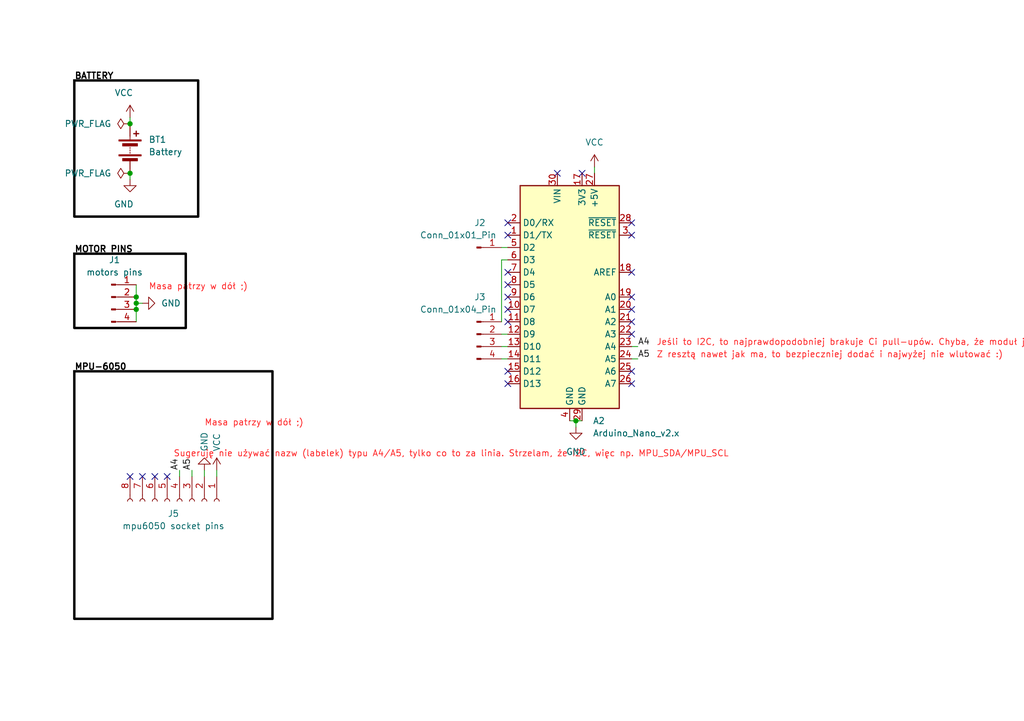
<source format=kicad_sch>
(kicad_sch (version 20230121) (generator eeschema)
  (paper "A5")
  (title_block (title "Arduino Nano Drone") (date "2023-09-20") (rev "0") (company "N/A") (comment 1 "N/A"))
  (lib_symbols
    (symbol "Connector:Conn_01x01_Pin" (pin_names (offset 1.016) hide)
      (property "Reference" "J" (at 0 2.54 0))
      (property "Value" "Conn_01x01_Pin" (at 0 -2.54 0))
      (symbol "Conn_01x01_Pin_1_1"
        (polyline (pts (xy 1.27 0) (xy 0.8636 0)) (stroke (width 0.1524)))
        (rectangle (start 0.8636 0.127) (end 0 -0.127) (stroke (width 0.1524)) (fill (type outline)))
        (pin passive line (at 5.08 0 180) (length 3.81) (name "Pin_1") (number "1"))
      )
    )
    (symbol "Connector:Conn_01x04_Pin" (pin_names (offset 1.016) hide)
      (property "Reference" "J" (at 0 5.08 0))
      (property "Value" "Conn_01x04_Pin" (at 0 -7.62 0))
      (symbol "Conn_01x04_Pin_1_1"
        (polyline (pts (xy 1.27 -5.08) (xy 0.8636 -5.08)) (stroke (width 0.1524)))
        (polyline (pts (xy 1.27 -2.54) (xy 0.8636 -2.54)) (stroke (width 0.1524)))
        (polyline (pts (xy 1.27 0) (xy 0.8636 0)) (stroke (width 0.1524)))
        (polyline (pts (xy 1.27 2.54) (xy 0.8636 2.54)) (stroke (width 0.1524)))
        (rectangle (start 0.8636 -4.953) (end 0 -5.207) (stroke (width 0.1524)) (fill (type outline)))
        (rectangle (start 0.8636 -2.413) (end 0 -2.667) (stroke (width 0.1524)) (fill (type outline)))
        (rectangle (start 0.8636 0.127) (end 0 -0.127) (stroke (width 0.1524)) (fill (type outline)))
        (rectangle (start 0.8636 2.667) (end 0 2.413) (stroke (width 0.1524)) (fill (type outline)))
        (pin passive line (at 5.08 2.54 180) (length 3.81) (name "Pin_1") (number "1"))
        (pin passive line (at 5.08 0 180) (length 3.81) (name "Pin_2") (number "2"))
        (pin passive line (at 5.08 -2.54 180) (length 3.81) (name "Pin_3") (number "3"))
        (pin passive line (at 5.08 -5.08 180) (length 3.81) (name "Pin_4") (number "4"))
      )
    )
    (symbol "Connector:Conn_01x08_Socket" (pin_names (offset 1.016) hide)
      (property "Reference" "J" (at 0 10.16 0))
      (property "Value" "Conn_01x08_Socket" (at 0 -12.7 0))
      (symbol "Conn_01x08_Socket_1_1"
        (arc (start 0 -9.652) (mid -0.5058 -10.16) (end 0 -10.668) (stroke (width 0.1524)))
        (arc (start 0 -7.112) (mid -0.5058 -7.62) (end 0 -8.128) (stroke (width 0.1524)))
        (arc (start 0 -4.572) (mid -0.5058 -5.08) (end 0 -5.588) (stroke (width 0.1524)))
        (arc (start 0 -2.032) (mid -0.5058 -2.54) (end 0 -3.048) (stroke (width 0.1524)))
        (polyline (pts (xy -1.27 -10.16) (xy -0.508 -10.16)) (stroke (width 0.1524)))
        (polyline (pts (xy -1.27 -7.62) (xy -0.508 -7.62)) (stroke (width 0.1524)))
        (polyline (pts (xy -1.27 -5.08) (xy -0.508 -5.08)) (stroke (width 0.1524)))
        (polyline (pts (xy -1.27 -2.54) (xy -0.508 -2.54)) (stroke (width 0.1524)))
        (polyline (pts (xy -1.27 0) (xy -0.508 0)) (stroke (width 0.1524)))
        (polyline (pts (xy -1.27 2.54) (xy -0.508 2.54)) (stroke (width 0.1524)))
        (polyline (pts (xy -1.27 5.08) (xy -0.508 5.08)) (stroke (width 0.1524)))
        (polyline (pts (xy -1.27 7.62) (xy -0.508 7.62)) (stroke (width 0.1524)))
        (arc (start 0 0.508) (mid -0.5058 0) (end 0 -0.508) (stroke (width 0.1524)))
        (arc (start 0 3.048) (mid -0.5058 2.54) (end 0 2.032) (stroke (width 0.1524)))
        (arc (start 0 5.588) (mid -0.5058 5.08) (end 0 4.572) (stroke (width 0.1524)))
        (arc (start 0 8.128) (mid -0.5058 7.62) (end 0 7.112) (stroke (width 0.1524)))
        (pin passive line (at -5.08 7.62 0) (length 3.81) (name "Pin_1") (number "1"))
        (pin passive line (at -5.08 5.08 0) (length 3.81) (name "Pin_2") (number "2"))
        (pin passive line (at -5.08 2.54 0) (length 3.81) (name "Pin_3") (number "3"))
        (pin passive line (at -5.08 0 0) (length 3.81) (name "Pin_4") (number "4"))
        (pin passive line (at -5.08 -2.54 0) (length 3.81) (name "Pin_5") (number "5"))
        (pin passive line (at -5.08 -5.08 0) (length 3.81) (name "Pin_6") (number "6"))
        (pin passive line (at -5.08 -7.62 0) (length 3.81) (name "Pin_7") (number "7"))
        (pin passive line (at -5.08 -10.16 0) (length 3.81) (name "Pin_8") (number "8"))
      )
    )
    (symbol "Device:Battery" (pin_numbers hide) (pin_names (offset 0) hide)
      (property "Reference" "BT" (at 2.54 2.54 0))
      (property "Value" "Battery" (at 2.54 0 0))
      (symbol "Battery_0_1"
        (rectangle (start -2.286 -1.27) (end 2.286 -1.524) (fill (type outline)))
        (rectangle (start -2.286 1.778) (end 2.286 1.524) (fill (type outline)))
        (rectangle (start -1.524 -2.032) (end 1.524 -2.54) (fill (type outline)))
        (rectangle (start -1.524 1.016) (end 1.524 0.508) (fill (type outline)))
        (polyline (pts (xy 0 -1.016) (xy 0 -0.762)))
        (polyline (pts (xy 0 -0.508) (xy 0 -0.254)))
        (polyline (pts (xy 0 0) (xy 0 0.254)))
        (polyline (pts (xy 0 1.778) (xy 0 2.54)))
        (polyline (pts (xy 0.762 3.048) (xy 1.778 3.048)) (stroke (width 0.254)))
        (polyline (pts (xy 1.27 3.556) (xy 1.27 2.54)) (stroke (width 0.254)))
      )
      (symbol "Battery_1_1"
        (pin passive line (at 0 5.08 270) (length 2.54) (name "+") (number "1"))
        (pin passive line (at 0 -5.08 90) (length 2.54) (name "-") (number "2"))
      )
    )
    (symbol "MCU_Module:Arduino_Nano_v2.x"
      (property "Reference" "A2" (at 4.7341 -25.4 0))
      (property "Value" "Arduino_Nano_v2.x" (at 4.7341 -27.94 0))
      (symbol "Arduino_Nano_v2.x_0_1"
        (rectangle (start -10.16 22.86) (end 10.16 -22.86) (stroke (width 0.254)) (fill (type background)))
      )
      (symbol "Arduino_Nano_v2.x_1_1"
        (pin bidirectional line (at -12.7 12.7 0) (length 2.54) (name "D1/TX") (number "1"))
        (pin bidirectional line (at -12.7 -2.54 0) (length 2.54) (name "D7") (number "10"))
        (pin bidirectional line (at -12.7 -5.08 0) (length 2.54) (name "D8") (number "11"))
        (pin bidirectional line (at -12.7 -7.62 0) (length 2.54) (name "D9") (number "12"))
        (pin bidirectional line (at -12.7 -10.16 0) (length 2.54) (name "D10") (number "13"))
        (pin bidirectional line (at -12.7 -12.7 0) (length 2.54) (name "D11") (number "14"))
        (pin bidirectional line (at -12.7 -15.24 0) (length 2.54) (name "D12") (number "15"))
        (pin bidirectional line (at -12.7 -17.78 0) (length 2.54) (name "D13") (number "16"))
        (pin power_out line (at 2.54 25.4 270) (length 2.54) (name "3V3") (number "17"))
        (pin input line (at 12.7 5.08 180) (length 2.54) (name "AREF") (number "18"))
        (pin bidirectional line (at 12.7 0 180) (length 2.54) (name "A0") (number "19"))
        (pin bidirectional line (at -12.7 15.24 0) (length 2.54) (name "D0/RX") (number "2"))
        (pin bidirectional line (at 12.7 -2.54 180) (length 2.54) (name "A1") (number "20"))
        (pin bidirectional line (at 12.7 -5.08 180) (length 2.54) (name "A2") (number "21"))
        (pin bidirectional line (at 12.7 -7.62 180) (length 2.54) (name "A3") (number "22"))
        (pin bidirectional line (at 12.7 -10.16 180) (length 2.54) (name "A4") (number "23"))
        (pin bidirectional line (at 12.7 -12.7 180) (length 2.54) (name "A5") (number "24"))
        (pin bidirectional line (at 12.7 -15.24 180) (length 2.54) (name "A6") (number "25"))
        (pin bidirectional line (at 12.7 -17.78 180) (length 2.54) (name "A7") (number "26"))
        (pin power_in line (at 5.08 25.4 270) (length 2.54) (name "+5V") (number "27"))
        (pin input line (at 12.7 15.24 180) (length 2.54) (name "~{RESET}") (number "28"))
        (pin power_in line (at 2.54 -25.4 90) (length 2.54) (name "GND") (number "29"))
        (pin input line (at 12.7 12.7 180) (length 2.54) (name "~{RESET}") (number "3"))
        (pin power_in line (at -2.54 25.4 270) (length 2.54) (name "VIN") (number "30"))
        (pin power_in line (at 0 -25.4 90) (length 2.54) (name "GND") (number "4"))
        (pin bidirectional line (at -12.7 10.16 0) (length 2.54) (name "D2") (number "5"))
        (pin bidirectional line (at -12.7 7.62 0) (length 2.54) (name "D3") (number "6"))
        (pin bidirectional line (at -12.7 5.08 0) (length 2.54) (name "D4") (number "7"))
        (pin bidirectional line (at -12.7 2.54 0) (length 2.54) (name "D5") (number "8"))
        (pin bidirectional line (at -12.7 0 0) (length 2.54) (name "D6") (number "9"))
      )
    )
    (symbol "power:GND" (power) (pin_names (offset 0))
      (property "Value" "GND" (at 0 -3.81 0))
      (symbol "GND_0_1"
        (polyline (pts (xy 0 0) (xy 0 -1.27) (xy 1.27 -1.27) (xy 0 -2.54) (xy -1.27 -1.27) (xy 0 -1.27)))
      )
      (symbol "GND_1_1"
        (pin power_in line (at 0 0 270) (length 0) hide (name "GND") (number "1"))
      )
    )
    (symbol "power:PWR_FLAG" (power) (pin_numbers hide) (pin_names (offset 0) hide)
      (property "Value" "PWR_FLAG" (at 0 3.81 0))
      (symbol "PWR_FLAG_0_0"
        (pin power_out line (at 0 0 90) (length 0) (name "pwr") (number "1"))
      )
      (symbol "PWR_FLAG_0_1"
        (polyline (pts (xy 0 0) (xy 0 1.27) (xy -1.016 1.905) (xy 0 2.54) (xy 1.016 1.905) (xy 0 1.27)))
      )
    )
    (symbol "power:VCC" (power) (pin_names (offset 0))
      (property "Value" "VCC" (at 0 3.81 0))
      (symbol "VCC_0_1"
        (polyline (pts (xy -0.762 1.27) (xy 0 2.54)))
        (polyline (pts (xy 0 0) (xy 0 2.54)))
        (polyline (pts (xy 0 2.54) (xy 0.762 1.27)))
      )
      (symbol "VCC_1_1"
        (pin power_in line (at 0 0 90) (length 0) hide (name "VCC") (number "1"))
      )
    )
  )
  (junction (at 27.94 60.96))
  (junction (at 27.94 63.5))
  (junction (at 26.67 35.56))
  (junction (at 27.94 62.23))
  (junction (at 26.67 25.4))
  (junction (at 118.11 86.36))
  (no_connect (at 129.54 68.58))
  (no_connect (at 129.54 76.2))
  (no_connect (at 29.21 97.79))
  (no_connect (at 129.54 48.26))
  (no_connect (at 31.75 97.79))
  (no_connect (at 34.29 97.79))
  (no_connect (at 104.14 63.5))
  (no_connect (at 129.54 66.04))
  (no_connect (at 129.54 60.96))
  (no_connect (at 129.54 63.5))
  (no_connect (at 104.14 76.2))
  (no_connect (at 129.54 78.74))
  (no_connect (at 129.54 55.88))
  (no_connect (at 104.14 66.04))
  (no_connect (at 104.14 78.74))
  (no_connect (at 104.14 60.96))
  (no_connect (at 114.3 35.56))
  (no_connect (at 104.14 45.72))
  (no_connect (at 26.67 97.79))
  (no_connect (at 104.14 55.88))
  (no_connect (at 129.54 45.72))
  (no_connect (at 104.14 48.26))
  (no_connect (at 119.38 35.56))
  (no_connect (at 104.14 58.42))
  (wire (pts (xy 118.11 86.36) (xy 119.38 86.36)))
  (wire (pts (xy 36.83 96.52) (xy 36.83 97.79)))
  (wire (pts (xy 26.67 24.13) (xy 26.67 25.4)))
  (wire (pts (xy 102.87 53.34) (xy 104.14 53.34)))
  (wire (pts (xy 27.94 58.42) (xy 27.94 60.96)))
  (wire (pts (xy 102.87 50.8) (xy 104.14 50.8)))
  (wire (pts (xy 121.92 34.29) (xy 121.92 35.56)))
  (wire (pts (xy 44.45 96.52) (xy 44.45 97.79)))
  (wire (pts (xy 102.87 73.66) (xy 104.14 73.66)))
  (wire (pts (xy 26.67 35.56) (xy 26.67 36.83)))
  (wire (pts (xy 102.87 68.58) (xy 104.14 68.58)))
  (wire (pts (xy 39.37 96.52) (xy 39.37 97.79)))
  (wire (pts (xy 27.94 60.96) (xy 27.94 62.23)))
  (wire (pts (xy 27.94 62.23) (xy 27.94 63.5)))
  (wire (pts (xy 102.87 66.04) (xy 102.87 53.34)))
  (wire (pts (xy 118.11 86.36) (xy 118.11 87.63)))
  (wire (pts (xy 41.91 96.52) (xy 41.91 97.79)))
  (wire (pts (xy 129.54 73.66) (xy 130.81 73.66)))
  (wire (pts (xy 129.54 71.12) (xy 130.81 71.12)))
  (wire (pts (xy 102.87 71.12) (xy 104.14 71.12)))
  (wire (pts (xy 27.94 62.23) (xy 29.21 62.23)))
  (wire (pts (xy 27.94 63.5) (xy 27.94 66.04)))
  (wire (pts (xy 116.84 86.36) (xy 118.11 86.36)))
  (rectangle (start 15.24 52.07) (end 38.1 67.31) (stroke (width 0.5) (color 0 0 0 1)))
  (rectangle (start 15.24 16.51) (end 40.64 44.45) (stroke (width 0.5) (color 0 0 0 1)))
  (rectangle (start 15.24 76.2) (end 55.88 127) (stroke (width 0.5) (color 0 0 0 1)))
  (text "Masa patrzy w dół ;)" (at 30.48 59.69 0) (effects (font (size 1.27 1.27)) (justify left bottom)))
  (text "Z resztą nawet jak ma, to bezpieczniej dodać i najwyżej nie wlutować :)" (at 134.62 73.66 0) (effects (font (size 1.27 1.27)) (justify left bottom)))
  (text "MPU-6050" (at 15.24 76.2 0) (effects (font (size 1.27 1.27) (thickness 0.254) bold) (justify left bottom)))
  (text "Masa patrzy w dół ;)" (at 41.91 87.63 0) (effects (font (size 1.27 1.27)) (justify left bottom)))
  (text "BATTERY" (at 15.24 16.51 0) (effects (font (size 1.27 1.27) (thickness 0.254) bold) (justify left bottom)))
  (text "Jeśli to I2C, to najprawdopodobniej brakuje Ci pull-upów. Chyba, że moduł je ma." (at 134.62 71.12 0) (effects (font (size 1.27 1.27)) (justify left bottom)))
  (text "Sugeruję nie używać nazw (labelek) typu A4/A5, tylko co to za linia. Strzelam, że I2C, więc np. MPU_SDA/MPU_SCL" (at 35.56 93.98 0) (effects (font (size 1.27 1.27)) (justify left bottom)))
  (text "MOTOR PINS" (at 15.24 52.07 0) (effects (font (size 1.27 1.27) (thickness 0.254) bold) (justify left bottom)))
  (label "A4" (at 130.81 71.12 0))
  (label "A5" (at 130.81 73.66 0))
  (label "A4" (at 36.83 96.52 90))
  (label "A5" (at 39.37 96.52 90))
  (symbol (lib_id "power:PWR_FLAG") (at 26.67 25.4 90) (unit 1)
    (property "Reference" "#FLG01" (effects hide))
    (property "Value" "PWR_FLAG" (at 22.86 25.4 90) (effects (justify left)))
  )
  (symbol (lib_id "Connector:Conn_01x01_Pin") (at 97.79 50.8 0) (unit 1)
    (property "Reference" "J2" (at 98.425 45.72 0))
    (property "Value" "Conn_01x01_Pin" (at 93.98 48.26 0))
    (property "Footprint" "Connector_PinHeader_2.54mm:PinHeader_1x01_P2.54mm_Vertical" (effects hide))
  )
  (symbol (lib_id "power:VCC") (at 44.45 96.52 0) (unit 1)
    (property "Reference" "#PWR07" (effects hide))
    (property "Value" "VCC" (at 44.45 92.71 90) (effects (justify left)))
  )
  (symbol (lib_id "power:GND") (at 41.91 96.52 180) (unit 1)
    (property "Reference" "#PWR03" (effects hide))
    (property "Value" "GND" (at 41.91 92.71 90) (effects (justify right)))
  )
  (symbol (lib_id "Connector:Conn_01x08_Socket") (at 36.83 102.87 270) (unit 1)
    (property "Reference" "J5" (at 35.56 105.41 90))
    (property "Value" "mpu6050 socket pins" (at 35.56 107.95 90))
    (property "Footprint" "Connector_PinSocket_2.54mm:PinSocket_1x08_P2.54mm_Vertical" (effects hide))
  )
  (symbol (lib_id "power:VCC") (at 121.92 34.29 0) (unit 1)
    (property "Reference" "#PWR06" (effects hide))
    (property "Value" "VCC" (at 121.92 29.21 0))
  )
  (symbol (lib_id "MCU_Module:Arduino_Nano_v2.x") (at 116.84 60.96 0) (unit 1)
    (property "Reference" "A2" (at 121.5741 86.36 0) (effects (justify left)))
    (property "Value" "Arduino_Nano_v2.x" (at 121.5741 88.9 0) (effects (justify left)))
    (property "Footprint" "Module:Arduino_Nano" (effects hide))
    (property "Datasheet" "https://www.arduino.cc/en/uploads/Main/ArduinoNanoManual23.pdf" (effects hide))
  )
  (symbol (lib_id "power:VCC") (at 26.67 24.13 0) (unit 1)
    (property "Reference" "#PWR01" (effects hide))
    (property "Value" "VCC" (at 25.4 19.05 0))
  )
  (symbol (lib_id "power:PWR_FLAG") (at 26.67 35.56 90) (unit 1)
    (property "Reference" "#FLG02" (effects hide))
    (property "Value" "PWR_FLAG" (at 22.86 35.56 90) (effects (justify left)))
  )
  (symbol (lib_id "Device:Battery") (at 26.67 30.48 0) (unit 1)
    (property "Reference" "BT1" (at 30.48 28.6385 0) (effects (justify left)))
    (property "Value" "Battery" (at 30.48 31.1785 0) (effects (justify left)))
    (property "Footprint" "Connector_PinHeader_2.54mm:PinHeader_1x02_P2.54mm_Vertical" (effects hide))
  )
  (symbol (lib_id "Connector:Conn_01x04_Pin") (at 97.79 68.58 0) (unit 1)
    (property "Reference" "J3" (at 98.425 60.96 0))
    (property "Value" "Conn_01x04_Pin" (at 93.98 63.5 0))
    (property "Footprint" "Connector_PinHeader_2.54mm:PinHeader_1x04_P2.54mm_Vertical" (effects hide))
  )
  (symbol (lib_id "power:GND") (at 118.11 87.63 0) (unit 1)
    (property "Reference" "#PWR04" (effects hide))
    (property "Value" "GND" (at 118.11 92.71 0))
  )
  (symbol (lib_id "Connector:Conn_01x04_Pin") (at 22.86 60.96 0) (unit 1)
    (property "Reference" "J1" (at 23.495 53.34 0))
    (property "Value" "motors pins" (at 23.495 55.88 0))
    (property "Footprint" "Connector_PinHeader_2.54mm:PinHeader_1x04_P2.54mm_Vertical" (effects hide))
  )
  (symbol (lib_id "power:GND") (at 29.21 62.23 90) (unit 1)
    (property "Reference" "#PWR05" (effects hide))
    (property "Value" "GND" (at 33.02 62.23 90) (effects (justify right)))
  )
  (symbol (lib_id "power:GND") (at 26.67 36.83 0) (unit 1)
    (property "Reference" "#PWR02" (effects hide))
    (property "Value" "GND" (at 25.4 41.91 0))
  )
)
</source>
